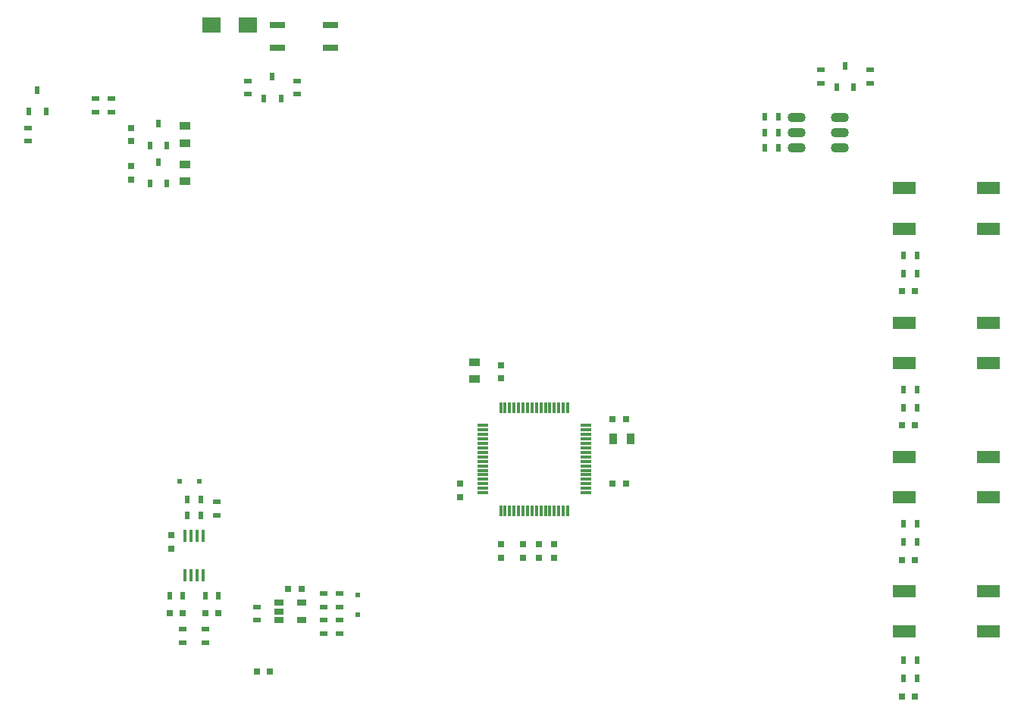
<source format=gtp>
G04*
G04 #@! TF.GenerationSoftware,Altium Limited,CircuitStudio,1.5.2 (30)*
G04*
G04 Layer_Color=8421504*
%FSLAX44Y44*%
%MOMM*%
G71*
G01*
G75*
%ADD12R,0.6000X0.9000*%
%ADD13O,2.0000X1.1000*%
%ADD14R,0.9000X0.6000*%
%ADD15R,2.6000X1.4000*%
%ADD16R,0.8000X0.8000*%
%ADD17R,0.8000X0.8000*%
%ADD18R,1.3000X0.9000*%
%ADD19R,2.1590X1.7780*%
%ADD20R,0.6000X0.6000*%
%ADD21R,1.7000X0.8000*%
%ADD22R,0.4500X1.4500*%
%ADD23R,0.6000X0.6000*%
G04:AMPARAMS|DCode=24|XSize=1.1mm|YSize=0.6mm|CornerRadius=0.075mm|HoleSize=0mm|Usage=FLASHONLY|Rotation=0.000|XOffset=0mm|YOffset=0mm|HoleType=Round|Shape=RoundedRectangle|*
%AMROUNDEDRECTD24*
21,1,1.1000,0.4500,0,0,0.0*
21,1,0.9500,0.6000,0,0,0.0*
1,1,0.1500,0.4750,-0.2250*
1,1,0.1500,-0.4750,-0.2250*
1,1,0.1500,-0.4750,0.2250*
1,1,0.1500,0.4750,0.2250*
%
%ADD24ROUNDEDRECTD24*%
%ADD25R,0.9000X1.3000*%
%ADD26R,0.3000X1.2000*%
%ADD27R,1.2000X0.3000*%
D12*
X1077500Y907500D02*
D03*
X1062500D02*
D03*
X1062500Y890000D02*
D03*
X1077500D02*
D03*
X1077500Y872500D02*
D03*
X1062500D02*
D03*
X1232500Y752500D02*
D03*
X1217500D02*
D03*
X1217500Y732500D02*
D03*
X1232500D02*
D03*
X1232500Y602500D02*
D03*
X1217500D02*
D03*
X1217500Y582500D02*
D03*
X1232500D02*
D03*
X1232500Y452500D02*
D03*
X1217500D02*
D03*
X1217500Y432500D02*
D03*
X1232500D02*
D03*
X1217500Y280000D02*
D03*
X1232500D02*
D03*
X1232500Y300000D02*
D03*
X1217500D02*
D03*
X1143000Y940500D02*
D03*
X1162000D02*
D03*
X1152500Y964500D02*
D03*
X385000Y857000D02*
D03*
X394500Y833000D02*
D03*
X375500D02*
D03*
Y875500D02*
D03*
X394500D02*
D03*
X385000Y899500D02*
D03*
X503000Y928000D02*
D03*
X522000D02*
D03*
X512500Y952000D02*
D03*
X412500Y372500D02*
D03*
X397500D02*
D03*
X432500Y480000D02*
D03*
X417500D02*
D03*
X417500Y462500D02*
D03*
X432500D02*
D03*
X240500Y913000D02*
D03*
X259500D02*
D03*
X250000Y937000D02*
D03*
X437500Y372500D02*
D03*
X452500D02*
D03*
D13*
X1098500Y907000D02*
D03*
Y890000D02*
D03*
Y873000D02*
D03*
X1146500D02*
D03*
Y890000D02*
D03*
Y907000D02*
D03*
D14*
X332500Y927500D02*
D03*
Y912500D02*
D03*
X315000D02*
D03*
Y927500D02*
D03*
X485000Y932500D02*
D03*
Y947500D02*
D03*
X540000Y932500D02*
D03*
Y947500D02*
D03*
X1180000Y945000D02*
D03*
Y960000D02*
D03*
X1125000Y960000D02*
D03*
Y945000D02*
D03*
X412500Y335000D02*
D03*
Y320000D02*
D03*
X437500Y335000D02*
D03*
Y320000D02*
D03*
X450000Y462500D02*
D03*
Y477500D02*
D03*
X495000Y345000D02*
D03*
Y360000D02*
D03*
X587500Y345000D02*
D03*
Y330000D02*
D03*
X570000Y330000D02*
D03*
Y345000D02*
D03*
Y375000D02*
D03*
Y360000D02*
D03*
X587500Y360000D02*
D03*
Y375000D02*
D03*
X240000Y880000D02*
D03*
Y895000D02*
D03*
D15*
X1218000Y827500D02*
D03*
X1312000D02*
D03*
X1218000Y782500D02*
D03*
X1312000D02*
D03*
X1218000Y527500D02*
D03*
X1312000D02*
D03*
X1218000Y482500D02*
D03*
X1312000D02*
D03*
X1218000Y377500D02*
D03*
X1312000D02*
D03*
X1218000Y332500D02*
D03*
X1312000D02*
D03*
X1218000Y677500D02*
D03*
X1312000D02*
D03*
X1218000Y632500D02*
D03*
X1312000D02*
D03*
D16*
X1215500Y712500D02*
D03*
X1230500D02*
D03*
X1215500Y562500D02*
D03*
X1230500D02*
D03*
X1215500Y412500D02*
D03*
X1230500D02*
D03*
X1215500Y260000D02*
D03*
X1230500D02*
D03*
X545000Y380000D02*
D03*
X530000D02*
D03*
X397500Y352500D02*
D03*
X412500D02*
D03*
X495000Y287500D02*
D03*
X510000D02*
D03*
X437500Y352500D02*
D03*
X452500D02*
D03*
X892500Y497500D02*
D03*
X907500D02*
D03*
X892500Y570000D02*
D03*
X907500D02*
D03*
D17*
X355000Y852500D02*
D03*
Y837500D02*
D03*
Y895000D02*
D03*
Y880000D02*
D03*
X722500Y482500D02*
D03*
Y497500D02*
D03*
X400000Y440000D02*
D03*
Y425000D02*
D03*
X767500Y615000D02*
D03*
Y630000D02*
D03*
Y430000D02*
D03*
Y415000D02*
D03*
X827500Y430000D02*
D03*
Y415000D02*
D03*
X810000Y430000D02*
D03*
Y415000D02*
D03*
X792500Y430000D02*
D03*
Y415000D02*
D03*
D18*
X415000Y835500D02*
D03*
Y854500D02*
D03*
X415000Y878000D02*
D03*
Y897000D02*
D03*
X737980Y614580D02*
D03*
Y633580D02*
D03*
D19*
X485320Y1010000D02*
D03*
X444680D02*
D03*
D20*
X607500Y373500D02*
D03*
Y351500D02*
D03*
D21*
X577000Y984800D02*
D03*
Y1010200D02*
D03*
X518000Y984800D02*
D03*
Y1010200D02*
D03*
D22*
X415250Y395500D02*
D03*
X421750D02*
D03*
X428250D02*
D03*
X434750D02*
D03*
X415250Y439500D02*
D03*
X421750D02*
D03*
X428250D02*
D03*
X434750D02*
D03*
D23*
X431000Y500000D02*
D03*
X409000D02*
D03*
D24*
X545500Y345500D02*
D03*
Y364500D02*
D03*
X519500Y345500D02*
D03*
Y355000D02*
D03*
Y364500D02*
D03*
D25*
X893500Y547500D02*
D03*
X912500D02*
D03*
D26*
X767500Y467500D02*
D03*
X772500D02*
D03*
X777500D02*
D03*
X782500D02*
D03*
X787500D02*
D03*
X792500D02*
D03*
X797500D02*
D03*
X802500D02*
D03*
X807500D02*
D03*
X812500D02*
D03*
X817500D02*
D03*
X822500D02*
D03*
X827500D02*
D03*
X832500D02*
D03*
X837500D02*
D03*
X842500D02*
D03*
Y582500D02*
D03*
X837500D02*
D03*
X832500D02*
D03*
X827500D02*
D03*
X822500D02*
D03*
X817500D02*
D03*
X812500D02*
D03*
X807500D02*
D03*
X802500D02*
D03*
X797500D02*
D03*
X792500D02*
D03*
X787500D02*
D03*
X782500D02*
D03*
X777500D02*
D03*
X772500D02*
D03*
X767500D02*
D03*
D27*
X862500Y487500D02*
D03*
Y492500D02*
D03*
Y497500D02*
D03*
Y502500D02*
D03*
Y507500D02*
D03*
Y512500D02*
D03*
Y517500D02*
D03*
Y522500D02*
D03*
Y527500D02*
D03*
Y532500D02*
D03*
Y537500D02*
D03*
Y542500D02*
D03*
Y547500D02*
D03*
Y552500D02*
D03*
Y557500D02*
D03*
Y562500D02*
D03*
X747500D02*
D03*
Y557500D02*
D03*
Y552500D02*
D03*
Y547500D02*
D03*
Y542500D02*
D03*
Y537500D02*
D03*
Y532500D02*
D03*
Y527500D02*
D03*
Y522500D02*
D03*
Y517500D02*
D03*
Y512500D02*
D03*
Y507500D02*
D03*
Y502500D02*
D03*
Y497500D02*
D03*
Y492500D02*
D03*
Y487500D02*
D03*
M02*

</source>
